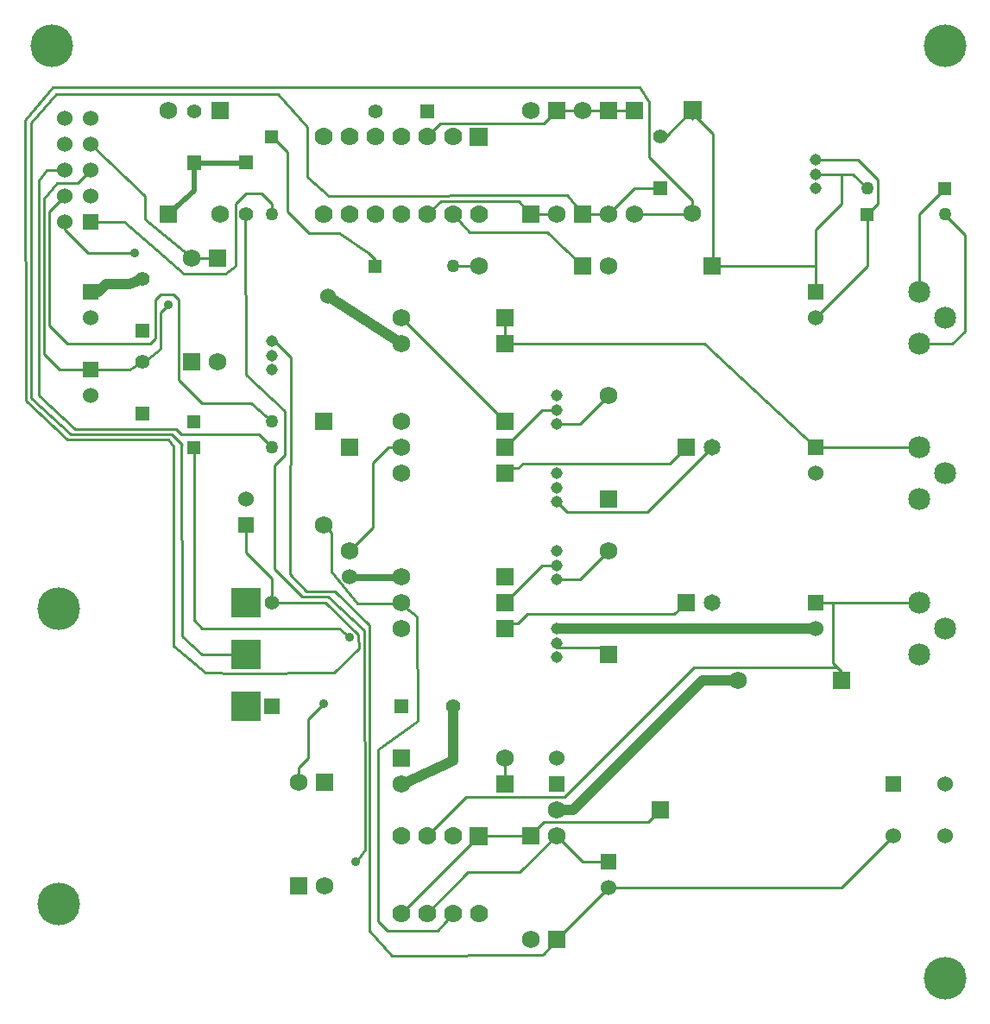
<source format=gbr>
G04 start of page 3 for group 1 idx 1 *
G04 Title: (unknown), ground *
G04 Creator: pcb 20110918 *
G04 CreationDate: Wed 26 Feb 2014 06:05:46 GMT UTC *
G04 For: ksarkies *
G04 Format: Gerber/RS-274X *
G04 PCB-Dimensions: 390000 390000 *
G04 PCB-Coordinate-Origin: lower left *
%MOIN*%
%FSLAX25Y25*%
%LNBOTTOM*%
%ADD60C,0.0780*%
%ADD59C,0.0430*%
%ADD58C,0.0290*%
%ADD57C,0.1140*%
%ADD56C,0.0300*%
%ADD55C,0.0280*%
%ADD54C,0.0380*%
%ADD53C,0.0360*%
%ADD52C,0.0500*%
%ADD51C,0.0650*%
%ADD50C,0.0450*%
%ADD49C,0.1650*%
%ADD48C,0.0700*%
%ADD47C,0.0550*%
%ADD46C,0.0850*%
%ADD45C,0.0680*%
%ADD44C,0.0001*%
%ADD43C,0.0350*%
%ADD42C,0.0250*%
%ADD41C,0.0600*%
%ADD40C,0.0200*%
%ADD39C,0.0400*%
%ADD38C,0.0100*%
G54D38*X277000Y260000D02*X320000Y220000D01*
X360000D02*X320000D01*
Y304000D02*X330000Y314000D01*
Y325500D02*Y314000D01*
X336250Y331000D02*X320000D01*
X334500Y325500D02*X330000D01*
X320000D01*
X336250Y331000D02*X344000Y323250D01*
X334500Y325500D02*X340000Y320000D01*
X344000Y323250D02*Y314000D01*
X340100Y320200D02*Y320000D01*
X340000Y290000D02*Y310000D01*
X320000Y270000D02*X340000Y290000D01*
X320000Y280000D02*Y304000D01*
X360000Y310000D02*X370000Y320000D01*
X344000Y314000D02*X340000Y310000D01*
X340100Y320000D02*X340000D01*
X370100Y320200D02*Y320000D01*
X370000D01*
X360000Y280000D02*Y310000D01*
X370000D02*Y309800D01*
X377700Y302100D01*
Y264800D01*
X372800Y259900D01*
X360000Y260000D01*
X270000Y160000D02*X265450Y155650D01*
G54D39*X276500Y130000D02*X226500Y80000D01*
X290000Y130000D02*X276500D01*
G54D38*X240000Y142750D02*Y140000D01*
X330000Y50000D02*X240000D01*
X330000D02*X350000Y70000D01*
X326600Y136800D02*X330000Y133400D01*
X273150Y134900D02*X223150Y84900D01*
X215100Y75300D02*X255300D01*
G54D39*X220000Y80000D02*X220300D01*
G54D38*X255300Y75300D02*X260000Y80000D01*
X218750Y150000D02*X220000D01*
X240000Y142750D02*X220000D01*
Y144500D02*Y142750D01*
G54D39*X320100Y149900D02*X220000Y150000D01*
G54D38*X328500Y134900D02*X273150D01*
X220000Y199000D02*X223900Y195100D01*
X255100D02*X280000Y220000D01*
X270000D02*X263750Y213750D01*
X220000Y210000D02*X218750D01*
X255100Y195100D02*X223900D01*
X263750Y213750D02*X206900D01*
X265450Y155650D02*X208600D01*
X229000Y169000D02*X240000Y180000D01*
X220000Y174500D02*X214500D01*
X326600Y160000D02*Y136800D01*
X328500Y134900D02*X330000Y133400D01*
Y130000D01*
X320000Y160000D02*X326600D01*
X320000D02*X326600D01*
X320000Y150000D02*X320100Y149900D01*
X326600Y160000D02*X360000D01*
X360700Y200100D02*X360000Y200000D01*
G54D39*X370000Y210000D02*Y208500D01*
G54D38*X360000Y200000D02*Y200100D01*
X360700D01*
G54D39*X370000Y149550D02*X370350Y149600D01*
X370000D02*Y149550D01*
X360600Y140600D02*X360300D01*
X360000Y140000D02*Y140600D01*
X360300D01*
X360000Y140000D02*Y140600D01*
X360300D01*
X360600D01*
X370350Y149600D02*X370400D01*
X370000Y150000D02*Y149600D01*
X370350D01*
X370000Y150000D02*Y149600D01*
X370350D02*X370400D01*
X350000Y90100D02*X350100D01*
X350000Y90000D02*Y90100D01*
X350100D02*X350000Y90000D01*
G54D38*X123800Y343600D02*X123700Y324200D01*
X131900Y317100D01*
X136000Y302700D02*X147500Y295000D01*
X136000Y302700D02*X124250D01*
X252150Y359100D02*X25500D01*
X175000Y345000D02*X170000Y340000D01*
X240000Y350000D02*X250000D01*
X230000D02*X240000D01*
X26735Y356365D02*X112235Y356465D01*
X112200Y356200D02*X123800Y343600D01*
X131648Y317132D02*X224399Y317183D01*
X230000Y310000D02*X240000D01*
X250000Y320000D02*X240000Y310000D01*
X210000D02*X220000D01*
X215000Y345000D02*X175000D01*
X255750Y353300D02*Y332000D01*
X252150Y359100D02*X255750Y353300D01*
X220000Y350000D02*X230000D01*
X220000D02*X215000Y345000D01*
G54D40*X80000Y329800D02*Y319000D01*
G54D41*X79000Y253000D03*
G54D38*X80000Y219600D02*Y152900D01*
X74000Y277000D02*Y246000D01*
X105000Y225000D02*X110000Y220000D01*
X105000Y225000D02*X75059D01*
X73000Y227000D01*
X74000Y246000D02*X83000Y237000D01*
X102000D01*
X110000Y230000D01*
X76000Y287000D02*X92000D01*
X96000Y290000D01*
Y314000D01*
G54D39*X40000Y280000D02*X43000D01*
G54D38*X40000Y250000D02*X28000D01*
X27000Y322000D02*X35000D01*
X40000Y327000D01*
G54D39*X46000Y283000D02*X43000Y280000D01*
G54D38*X31000Y260000D02*X63000D01*
X65000Y262000D01*
Y277000D01*
X67000Y279000D01*
X72000D01*
G54D39*X60000Y285000D02*X55000Y283000D01*
X46000D01*
G54D38*X89000Y293000D02*X79000D01*
X68000Y294000D02*X53000Y307000D01*
X40000D01*
X68000Y294000D02*X76000Y287000D01*
X34000Y227000D02*X73000D01*
X72000Y279000D02*X74000Y277000D01*
X99991Y247991D02*X99700Y310000D01*
X100000D02*X99700D01*
G54D39*X159800Y260500D02*X131800Y278400D01*
X160000Y260000D02*Y259800D01*
Y260000D02*Y260500D01*
X131800Y278400D02*Y278800D01*
X131500D01*
G54D38*X111250Y261000D02*X110300Y262600D01*
X111300Y261000D01*
X110300Y262600D02*Y261700D01*
X110000Y261000D02*Y262600D01*
X110300D01*
X110000Y261000D02*X111250D01*
X110300Y261700D02*X117200Y254800D01*
X115000Y234000D02*X99991Y247991D01*
X130000Y230000D02*X129950Y230050D01*
X160000Y220000D02*X155000D01*
X149000Y214000D01*
Y189000D01*
X140000Y180000D01*
X140500Y180500D01*
X30000Y307000D02*Y304000D01*
X39000Y295000D01*
X57000D01*
X96000Y314000D02*X100000Y318000D01*
X106000D01*
X110000Y314000D01*
Y310000D01*
X216400Y303100D02*X230000Y290000D01*
X272450Y310000D02*X250000D01*
X280000Y290000D02*X279650D01*
X280000D02*X279650D01*
X250000Y320000D02*X260000D01*
X280000Y290000D02*X280300Y290300D01*
X272450Y315300D02*Y310200D01*
Y310000D01*
X214500Y234500D02*X204900Y224900D01*
X229000Y229000D02*X240000Y240000D01*
X220000Y234500D02*X214500D01*
X206900Y213750D02*X205150Y212000D01*
X161050Y228000D02*X160000D01*
Y230000D01*
X202000Y212000D02*X200000Y210000D01*
X205150Y212000D02*X202000D01*
X160800Y219800D02*X161000Y220000D01*
X277000Y260000D02*X200000D01*
X166900Y263100D02*X160000Y270000D01*
X200000D02*Y260000D01*
X160000Y230000D02*Y228000D01*
X161050D01*
X272450Y346800D02*Y348850D01*
X280300Y341000D01*
Y290300D01*
X272450Y348850D02*Y346800D01*
X255750Y332000D02*X272450Y315300D01*
X260000Y340000D02*X262250D01*
X272450Y350200D01*
Y348900D02*Y348850D01*
Y350200D02*Y348900D01*
Y350200D02*Y348900D01*
Y348850D02*Y348900D01*
Y350200D01*
Y348900D02*Y348850D01*
X224448Y317132D02*X230000Y310000D01*
X210000D02*X205368Y314844D01*
X170000Y310000D02*X175368Y314844D01*
X205368D02*X175368D01*
X150000Y290000D02*Y292500D01*
X180000Y310000D02*X186400Y303100D01*
X216400D02*X186400D01*
X190000Y290000D02*X180000D01*
G54D40*X80000Y329800D02*X99800D01*
G54D38*X100000Y330000D01*
X111900Y356200D02*X112200D01*
X116000Y334000D02*X110000Y340000D01*
G54D40*X80000Y319000D02*X70000Y310000D01*
D03*
G54D38*X90000D03*
X116000Y334000D02*Y311050D01*
X61000Y308000D02*X79250Y293100D01*
X40000Y280000D03*
X79000Y293000D02*X78350D01*
G54D39*X40000Y270000D02*X39400D01*
G54D38*X67000Y272000D02*X70000Y275000D01*
X32200Y225000D02*X17000Y239000D01*
X15000Y238000D02*X30900Y222900D01*
X28000Y250000D02*X22000Y256000D01*
X20000Y240000D02*X34000Y227000D01*
G54D39*X60000Y233000D02*X59800D01*
G54D38*X67000Y272000D02*Y258000D01*
X60507Y252507D01*
X30900Y222900D02*X70000Y223000D01*
X71200Y224900D02*X32200Y225000D01*
X60000Y253000D03*
X55000Y250000D02*X60000Y253000D01*
X55000Y250000D02*X40000D01*
G54D39*X39700Y239700D02*X40000Y240000D01*
Y239700D01*
X39700D01*
G54D38*X24000Y267000D02*X31000Y260000D01*
X147500Y295000D02*X150000Y292500D01*
X79000Y293000D02*X78350D01*
X79000D02*Y293100D01*
X79250D01*
X180000Y290000D02*Y289000D01*
X57000Y295000D02*X56000D01*
X116000Y311050D02*X124250Y302700D01*
X61000Y308000D02*Y317000D01*
X40000Y307000D02*X41000D01*
X25500Y359100D02*X14889Y346700D01*
X26750Y356300D02*X17400Y345550D01*
X16922Y345000D02*X17377Y345523D01*
X25500Y359100D02*X25400D01*
X61000Y317000D02*X40000Y337000D01*
X41500Y335500D01*
X30000Y317000D02*X31000D01*
X30000D02*X24000Y311000D01*
X15000Y238000D02*X14617Y346383D01*
X17000Y239000D02*X16922Y345000D01*
X22000Y256000D02*Y316000D01*
X20000Y323000D02*Y240000D01*
X30000Y327000D02*X23000D01*
X20000Y323000D01*
X27000Y322000D02*X22000Y316000D01*
X24000Y311000D02*Y267000D01*
X208600Y155650D02*X205150Y152000D01*
X159600Y159600D02*X166100Y154800D01*
X202000Y152000D02*X200000Y150000D01*
X205150Y152000D02*X202000D01*
X200000Y220000D02*X204900Y224900D01*
X229000Y169000D02*X220000D01*
X214500Y174500D02*X200000Y160000D01*
X160000D02*Y159900D01*
X159700Y159600D01*
X166100Y154800D02*X166200Y114450D01*
X143500Y147800D02*X143600Y142400D01*
X134000Y133000D01*
G54D42*X139700Y169700D02*X159700D01*
X160000Y170000D01*
Y169800D01*
X159900Y169700D01*
G54D38*X134300Y164500D02*X147700Y151200D01*
X136000Y150000D02*X139900Y146700D01*
X130600Y160000D02*X143500Y147800D01*
X133000Y172000D02*X143000Y159600D01*
X159600D01*
X133000Y187000D02*Y172000D01*
X229000Y229000D02*X220000D01*
X200000Y230000D02*X166900Y263100D01*
G54D39*X160000Y259800D02*Y260000D01*
Y260500D02*X159800D01*
G54D38*X71999Y220599D02*X72099Y143014D01*
X75200Y221100D02*X71200Y224900D01*
X70000Y223000D02*X71900Y220400D01*
Y220300D02*X71949Y220349D01*
X75000Y221600D02*X75200Y147000D01*
X117200Y254800D02*X116900Y171100D01*
X115000Y217000D02*Y234000D01*
X111000Y213000D02*X115000Y217000D01*
X111000Y172900D02*Y213000D01*
X100000Y190000D02*X100350Y189650D01*
X100000Y190000D02*Y179400D01*
X110000Y169400D01*
Y160300D02*X110400Y159900D01*
X110000Y160000D02*X110079D01*
X110000Y169400D02*Y160000D01*
X145800Y149300D02*X131800Y162200D01*
X121700D01*
X110000Y160000D02*X130600D01*
X121700Y162200D02*X111000Y172900D01*
X123500Y164500D02*X134300D01*
X116900Y171100D02*X123500Y164500D01*
X130000Y190000D02*X133000Y187000D01*
X80000Y152900D02*X80200D01*
X83000Y150000D01*
Y140000D02*X75200Y147100D01*
X84395Y133000D02*X72100Y143199D01*
X72099Y143200D01*
X72100D01*
X134000Y133000D02*X97304Y132798D01*
X83000Y150000D02*X136000D01*
X100000Y140000D02*X83000D01*
X97304Y132798D02*X84520Y132918D01*
X151150Y103200D02*X151000Y73650D01*
X151150Y103200D02*X166200Y114450D01*
X147700Y151200D02*Y33401D01*
X156400Y23801D01*
X146000Y64300D02*X145800Y149300D01*
X240000Y60000D02*X230000D01*
X240000Y50000D02*X220000Y30000D01*
X214900Y24300D02*X220000Y30000D01*
X173900Y33200D02*X180000Y40000D01*
X190000Y70000D02*X160000Y40000D01*
X200000Y100000D02*Y90000D01*
X184900Y84900D02*X170000Y70000D01*
X214803Y23947D02*X155900Y23800D01*
X173900Y33200D02*X154650D01*
X190000Y40000D02*X190500Y40500D01*
G54D39*X160800Y90100D02*X180100Y98900D01*
X179900Y119200D01*
G54D38*X220000Y70000D02*X230000Y60000D01*
G54D43*X190000Y40000D02*Y40500D01*
X190500D01*
G54D38*X223150Y84900D02*X184900D01*
X210000Y70000D02*Y70200D01*
X215100Y75300D01*
G54D39*X226500Y80000D02*X220300D01*
X220000D01*
X220300D02*X220000D01*
G54D38*X120290Y90570D02*Y96290D01*
X123900Y99900D01*
Y115000D01*
X129700Y120800D01*
X129650Y120750D02*Y121050D01*
X151000Y37000D02*X154650Y33200D01*
X151000Y73650D02*Y37000D01*
X146000Y64700D02*X144400Y62200D01*
X142200Y60000D01*
X142750Y60550D01*
X205800Y55900D02*X220000Y70000D01*
X185800Y55900D02*X170000Y40000D01*
X205800Y55900D02*X185800D01*
X210000Y70000D02*X190000D01*
X320000Y290000D02*X280000D01*
X61000Y308000D03*
G54D44*G36*
X326600Y133400D02*Y126600D01*
X333400D01*
Y133400D01*
X326600D01*
G37*
G54D45*X290000Y130000D03*
G54D44*G36*
X236600Y143400D02*Y136600D01*
X243400D01*
Y143400D01*
X236600D01*
G37*
G36*
X317000Y163000D02*Y157000D01*
X323000D01*
Y163000D01*
X317000D01*
G37*
G54D41*X320000Y150000D03*
G54D46*X360000Y160000D03*
X370000Y150000D03*
X360000Y140000D03*
G54D45*X160000Y170000D03*
Y150000D03*
Y90000D03*
G54D44*G36*
X156600Y103400D02*Y96600D01*
X163400D01*
Y103400D01*
X156600D01*
G37*
G36*
X157250Y122750D02*Y117250D01*
X162750D01*
Y122750D01*
X157250D01*
G37*
G36*
X196600Y153400D02*Y146600D01*
X203400D01*
Y153400D01*
X196600D01*
G37*
G54D47*X180000Y120000D03*
G54D44*G36*
X196600Y93400D02*Y86600D01*
X203400D01*
Y93400D01*
X196600D01*
G37*
G36*
X186500Y73500D02*Y66500D01*
X193500D01*
Y73500D01*
X186500D01*
G37*
G54D45*X200000Y100000D03*
G54D48*X160000Y70000D03*
G54D44*G36*
X126890Y93970D02*Y87170D01*
X133690D01*
Y93970D01*
X126890D01*
G37*
G54D45*X120290Y90570D03*
G54D48*X160000Y40000D03*
G54D49*X27559Y43543D03*
G54D45*X130290Y50570D03*
G54D44*G36*
X116890Y53970D02*Y47170D01*
X123690D01*
Y53970D01*
X116890D01*
G37*
G54D45*X210000Y30000D03*
G54D48*X180000Y70000D03*
X170000D03*
Y40000D03*
X180000D03*
X190000D03*
G54D44*G36*
X216600Y33400D02*Y26600D01*
X223400D01*
Y33400D01*
X216600D01*
G37*
G54D45*X220000Y70000D03*
G54D44*G36*
X237000Y63000D02*Y57000D01*
X243000D01*
Y63000D01*
X237000D01*
G37*
G36*
X256600Y83400D02*Y76600D01*
X263400D01*
Y83400D01*
X256600D01*
G37*
G54D41*X240000Y50000D03*
G54D44*G36*
X206600Y73400D02*Y66600D01*
X213400D01*
Y73400D01*
X206600D01*
G37*
G36*
X217000Y93000D02*Y87000D01*
X223000D01*
Y93000D01*
X217000D01*
G37*
G54D41*X220000Y100000D03*
G54D45*Y80000D03*
G54D49*X370000Y15000D03*
G54D44*G36*
X347000Y93000D02*Y87000D01*
X353000D01*
Y93000D01*
X347000D01*
G37*
G54D41*X350000Y70000D03*
X370000Y90000D03*
Y70000D03*
G54D50*X220000Y169000D03*
G54D44*G36*
X196600Y163400D02*Y156600D01*
X203400D01*
Y163400D01*
X196600D01*
G37*
G54D45*X160000Y160000D03*
G54D44*G36*
X266750Y163250D02*Y156750D01*
X273250D01*
Y163250D01*
X266750D01*
G37*
G54D51*X280000Y160000D03*
G54D44*G36*
X196600Y173400D02*Y166600D01*
X203400D01*
Y173400D01*
X196600D01*
G37*
G54D50*X220000Y150000D03*
Y144500D03*
Y139000D03*
G54D44*G36*
X107000Y123000D02*Y117000D01*
X113000D01*
Y123000D01*
X107000D01*
G37*
G36*
X94250Y145750D02*Y134250D01*
X105750D01*
Y145750D01*
X94250D01*
G37*
G36*
Y125750D02*Y114250D01*
X105750D01*
Y125750D01*
X94250D01*
G37*
G54D49*X27559Y157717D03*
G54D47*X110000Y160000D03*
G54D44*G36*
X94250Y165750D02*Y154250D01*
X105750D01*
Y165750D01*
X94250D01*
G37*
G36*
X196600Y263400D02*Y256600D01*
X203400D01*
Y263400D01*
X196600D01*
G37*
G54D45*X160000Y260000D03*
G54D44*G36*
X196600Y273400D02*Y266600D01*
X203400D01*
Y273400D01*
X196600D01*
G37*
G54D45*X160000Y270000D03*
G54D44*G36*
X206600Y313400D02*Y306600D01*
X213400D01*
Y313400D01*
X206600D01*
G37*
G54D45*X190000Y290000D03*
X220000Y310000D03*
G54D48*X170000D03*
X180000D03*
X190000D03*
G54D50*X220000Y180000D03*
Y210000D03*
Y204500D03*
Y199000D03*
G54D44*G36*
X236600Y203400D02*Y196600D01*
X243400D01*
Y203400D01*
X236600D01*
G37*
G54D45*X240000Y240000D03*
G54D50*X220000Y174500D03*
Y240000D03*
Y234500D03*
Y229000D03*
G54D44*G36*
X196600Y223400D02*Y216600D01*
X203400D01*
Y223400D01*
X196600D01*
G37*
G54D45*X160000Y220000D03*
G54D44*G36*
X196600Y213400D02*Y206600D01*
X203400D01*
Y213400D01*
X196600D01*
G37*
G54D45*X160000Y210000D03*
G54D44*G36*
X196600Y233400D02*Y226600D01*
X203400D01*
Y233400D01*
X196600D01*
G37*
G54D45*X160000Y230000D03*
X240000Y180000D03*
G54D44*G36*
X136600Y223400D02*Y216600D01*
X143400D01*
Y223400D01*
X136600D01*
G37*
G54D45*X140000Y180000D03*
G54D44*G36*
X126600Y233400D02*Y226600D01*
X133400D01*
Y233400D01*
X126600D01*
G37*
G54D45*X130000Y190000D03*
G54D50*X320000Y325500D03*
Y331000D03*
G54D44*G36*
X97250Y332750D02*Y327250D01*
X102750D01*
Y332750D01*
X97250D01*
G37*
G54D52*X110000Y310000D03*
G54D48*X130000D03*
G54D44*G36*
X147500Y292500D02*Y287500D01*
X152500D01*
Y292500D01*
X147500D01*
G37*
G54D52*X180000Y290000D03*
G54D48*X140000Y310000D03*
X150000D03*
X160000D03*
G54D45*X240000D03*
G54D44*G36*
X257250Y322750D02*Y317250D01*
X262750D01*
Y322750D01*
X257250D01*
G37*
G36*
X75600Y256400D02*Y249600D01*
X82400D01*
Y256400D01*
X75600D01*
G37*
G36*
X57250Y235750D02*Y230250D01*
X62750D01*
Y235750D01*
X57250D01*
G37*
G54D47*X60000Y253000D03*
G54D50*X110000Y250000D03*
Y255500D03*
G54D45*X89000Y253000D03*
G54D50*X110000Y261000D03*
G54D44*G36*
X77500Y222500D02*Y217500D01*
X82500D01*
Y222500D01*
X77500D01*
G37*
G36*
Y232500D02*Y227500D01*
X82500D01*
Y232500D01*
X77500D01*
G37*
G54D52*X110000Y220000D03*
Y230000D03*
G54D44*G36*
X97000Y193000D02*Y187000D01*
X103000D01*
Y193000D01*
X97000D01*
G37*
G54D41*X100000Y200000D03*
G54D45*X79000Y293000D03*
G54D47*X60000Y285000D03*
G54D44*G36*
X85600Y296400D02*Y289600D01*
X92400D01*
Y296400D01*
X85600D01*
G37*
G36*
X37000Y253000D02*Y247000D01*
X43000D01*
Y253000D01*
X37000D01*
G37*
G54D41*X40000Y240000D03*
G54D44*G36*
X37000Y283000D02*Y277000D01*
X43000D01*
Y283000D01*
X37000D01*
G37*
G54D41*X40000Y270000D03*
G54D44*G36*
X57250Y267750D02*Y262250D01*
X62750D01*
Y267750D01*
X57250D01*
G37*
G36*
X37000Y310000D02*Y304000D01*
X43000D01*
Y310000D01*
X37000D01*
G37*
G54D41*X40000Y317000D03*
Y327000D03*
G54D44*G36*
X86600Y353400D02*Y346600D01*
X93400D01*
Y353400D01*
X86600D01*
G37*
G54D47*X80000Y349800D03*
G54D44*G36*
X167250Y352350D02*Y346850D01*
X172750D01*
Y352350D01*
X167250D01*
G37*
G54D47*X150000Y349600D03*
G54D45*X70000Y350000D03*
G54D41*X40000Y347000D03*
X30000D03*
G54D44*G36*
X107500Y342500D02*Y337500D01*
X112500D01*
Y342500D01*
X107500D01*
G37*
G54D48*X150000Y340000D03*
X140000D03*
X130000D03*
G54D44*G36*
X77250Y332550D02*Y327050D01*
X82750D01*
Y332550D01*
X77250D01*
G37*
G54D41*X40000Y337000D03*
X30000D03*
G54D49*X25000Y375000D03*
X370000D03*
G54D44*G36*
X66600Y313400D02*Y306600D01*
X73400D01*
Y313400D01*
X66600D01*
G37*
G36*
X186500Y343500D02*Y336500D01*
X193500D01*
Y343500D01*
X186500D01*
G37*
G54D48*X180000Y340000D03*
X170000D03*
X160000D03*
G54D41*X30000Y307000D03*
Y317000D03*
Y327000D03*
G54D47*X100000Y310000D03*
G54D45*X90000D03*
G54D44*G36*
X226600Y313400D02*Y306600D01*
X233400D01*
Y313400D01*
X226600D01*
G37*
G54D45*X250000Y310000D03*
G54D44*G36*
X269050Y353600D02*Y346800D01*
X275850D01*
Y353600D01*
X269050D01*
G37*
G54D45*X210000Y350000D03*
G54D44*G36*
X216600Y353400D02*Y346600D01*
X223400D01*
Y353400D01*
X216600D01*
G37*
G54D45*X230000Y350000D03*
G54D44*G36*
X246600Y353400D02*Y346600D01*
X253400D01*
Y353400D01*
X246600D01*
G37*
G36*
X236600D02*Y346600D01*
X243400D01*
Y353400D01*
X236600D01*
G37*
G54D47*X260000Y340000D03*
G54D44*G36*
X337500Y312500D02*Y307500D01*
X342500D01*
Y312500D01*
X337500D01*
G37*
G54D52*X340000Y320000D03*
X370000Y310000D03*
G54D44*G36*
X367500Y322500D02*Y317500D01*
X372500D01*
Y322500D01*
X367500D01*
G37*
G54D50*X320000Y320000D03*
G54D44*G36*
X226600Y293400D02*Y286600D01*
X233400D01*
Y293400D01*
X226600D01*
G37*
G36*
X276600D02*Y286600D01*
X283400D01*
Y293400D01*
X276600D01*
G37*
G54D45*X240000Y290000D03*
X272450Y310200D03*
G54D44*G36*
X317000Y283000D02*Y277000D01*
X323000D01*
Y283000D01*
X317000D01*
G37*
G54D41*X320000Y270000D03*
G54D46*X360000Y280000D03*
Y260000D03*
X370000Y270000D03*
G54D44*G36*
X266750Y223250D02*Y216750D01*
X273250D01*
Y223250D01*
X266750D01*
G37*
G54D51*X280000Y220000D03*
G54D44*G36*
X317000Y223000D02*Y217000D01*
X323000D01*
Y223000D01*
X317000D01*
G37*
G54D41*X320000Y210000D03*
G54D46*X360000Y220000D03*
X370000Y210000D03*
X360000Y200000D03*
G54D41*X131800Y278400D03*
G54D53*X70000Y275000D03*
X57000Y295000D03*
X142200Y60000D03*
X129900Y120900D03*
X139900Y146700D03*
G54D41*X140000Y170000D03*
G54D43*G54D40*G54D43*G54D54*G54D55*G54D54*G54D56*G54D54*G54D56*G54D54*G54D55*G54D54*G54D55*G54D54*G54D55*G54D57*G54D54*G54D55*G54D54*G54D56*G54D54*G54D56*G54D54*G54D56*G54D54*G54D57*G54D55*G54D58*G54D54*G54D59*G54D54*G54D58*G54D56*G54D60*G54D57*G54D56*G54D60*G54D54*G54D55*G54D58*G54D54*G54D58*G54D54*G54D58*G54D56*G54D40*G54D55*G54D40*G54D55*G54D54*G54D56*G54D54*G54D56*G54D58*G54D54*G54D58*G54D40*G54D54*G54D56*G54D54*G54D56*G54D54*G54D56*G54D54*G54D40*G54D55*G54D56*G54D54*G54D57*G54D54*G54D55*G54D54*G54D56*G54D54*G54D56*G54D40*G54D58*G54D54*G54D55*G54D59*G54D54*G54D55*M02*

</source>
